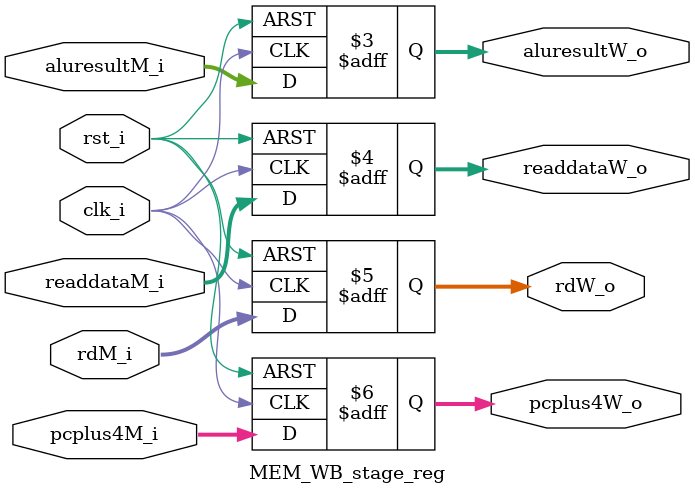
<source format=sv>
`timescale 1ns / 1ps


module MEM_WB_stage_reg(
    input  logic        clk_i,
    input  logic        rst_i,
    
    input  logic [31:0] aluresultM_i,
    input  logic [31:0] readdataM_i,
    input  logic [4:0]  rdM_i, //instr[11:7], parte de la instruccion
    input  logic [31:0] pcplus4M_i,
   
    output logic [31:0] aluresultW_o,
    output logic [31:0] readdataW_o,
    output logic [4:0]  rdW_o, //instr[11:7], parte de la instruccion
    output logic [31:0] pcplus4W_o
    );
    
    
    always_ff @(posedge clk_i, negedge rst_i) begin
        if (!rst_i)begin
            aluresultW_o    <= '0;      
            readdataW_o     <= '0;
            rdW_o           <= '0;
            pcplus4W_o      <= '0;
    
            end
            
        else begin
            aluresultW_o    <= aluresultM_i;      
            readdataW_o     <= readdataM_i ;
            rdW_o           <= rdM_i      ;
            pcplus4W_o      <= pcplus4M_i  ;
            end
            
        
    end
endmodule

</source>
